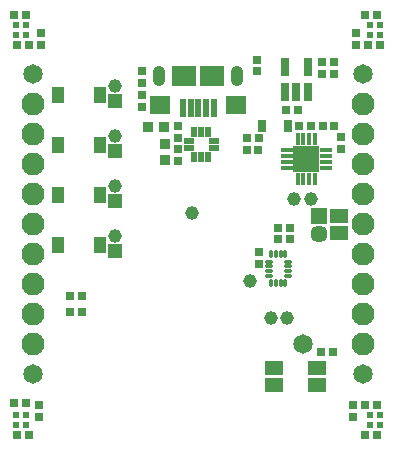
<source format=gbs>
G04 Layer_Color=16711935*
%FSLAX24Y24*%
%MOIN*%
G70*
G01*
G75*
%ADD82R,0.0308X0.0387*%
%ADD92R,0.0355X0.0375*%
%ADD96R,0.0296X0.0257*%
%ADD99C,0.0454*%
%ADD100R,0.0277X0.0296*%
%ADD101R,0.0296X0.0277*%
%ADD102R,0.0257X0.0296*%
%ADD105O,0.0414X0.0690*%
%ADD106R,0.0454X0.0454*%
%ADD107C,0.0572*%
%ADD108R,0.0572X0.0572*%
%ADD109C,0.0300*%
%ADD110C,0.0769*%
%ADD111C,0.0651*%
%ADD112R,0.0355X0.0197*%
%ADD113R,0.0197X0.0355*%
%ADD114R,0.0611X0.0473*%
%ADD115R,0.0277X0.0631*%
%ADD116R,0.0277X0.0631*%
%ADD117R,0.0611X0.0493*%
%ADD118O,0.0414X0.0158*%
%ADD119O,0.0158X0.0414*%
%ADD120R,0.0867X0.0867*%
%ADD121O,0.0305X0.0136*%
%ADD122O,0.0136X0.0305*%
%ADD123R,0.0420X0.0540*%
%ADD124R,0.0690X0.0611*%
%ADD125R,0.0808X0.0670*%
%ADD126R,0.0217X0.0592*%
%ADD127R,0.0237X0.0237*%
%ADD128R,0.0375X0.0355*%
D82*
X7470Y9193D02*
D03*
X8337D02*
D03*
D92*
X3671Y9173D02*
D03*
X4203D02*
D03*
D96*
X8253Y9750D02*
D03*
X8647D02*
D03*
X7347Y8800D02*
D03*
X6953D02*
D03*
X1457Y3543D02*
D03*
X1063D02*
D03*
X1063Y2992D02*
D03*
X1457D02*
D03*
X8377Y5800D02*
D03*
X7983D02*
D03*
D99*
X8536Y6772D02*
D03*
X5128Y6299D02*
D03*
X9094Y6772D02*
D03*
X7050Y4050D02*
D03*
X8300Y2800D02*
D03*
X7750D02*
D03*
X2564Y5550D02*
D03*
Y7217D02*
D03*
Y8883D02*
D03*
Y10550D02*
D03*
D100*
X7283Y11024D02*
D03*
Y11417D02*
D03*
X20Y-103D02*
D03*
Y-497D02*
D03*
X10500Y-103D02*
D03*
Y-497D02*
D03*
X10100Y8827D02*
D03*
Y8433D02*
D03*
X7350Y4603D02*
D03*
Y4997D02*
D03*
X10600Y11903D02*
D03*
Y12297D02*
D03*
X3465Y10630D02*
D03*
Y11024D02*
D03*
X100Y11903D02*
D03*
Y12297D02*
D03*
D101*
X-306Y-1100D02*
D03*
X-700D02*
D03*
X-423Y-40D02*
D03*
X-817D02*
D03*
X10903Y-1100D02*
D03*
X11297D02*
D03*
X11297Y-100D02*
D03*
X10903D02*
D03*
X9439Y1673D02*
D03*
X9833D02*
D03*
X8387Y5450D02*
D03*
X7993D02*
D03*
X8701Y9213D02*
D03*
X9094D02*
D03*
X9872D02*
D03*
X9478D02*
D03*
X10983Y11900D02*
D03*
X11377D02*
D03*
X11297Y12900D02*
D03*
X10903D02*
D03*
X-303Y11900D02*
D03*
X-697D02*
D03*
X-797Y12900D02*
D03*
X-403D02*
D03*
X7337Y8400D02*
D03*
X6943D02*
D03*
D102*
X9853Y10943D02*
D03*
Y11337D02*
D03*
X9468Y10943D02*
D03*
Y11337D02*
D03*
X3465Y10236D02*
D03*
Y9843D02*
D03*
X4646Y8819D02*
D03*
Y9213D02*
D03*
Y8425D02*
D03*
Y8031D02*
D03*
D105*
X4031Y10873D02*
D03*
X6629D02*
D03*
D106*
X2564Y5050D02*
D03*
Y6717D02*
D03*
Y8383D02*
D03*
Y10050D02*
D03*
D107*
X9370Y5610D02*
D03*
D108*
Y6201D02*
D03*
D109*
X9153Y8317D02*
D03*
X8720D02*
D03*
X9153Y7883D02*
D03*
X8720D02*
D03*
D110*
X10820Y5930D02*
D03*
Y6930D02*
D03*
Y1930D02*
D03*
Y2930D02*
D03*
X-180Y4930D02*
D03*
Y5930D02*
D03*
X10820Y4930D02*
D03*
X-180Y3930D02*
D03*
Y8930D02*
D03*
Y7930D02*
D03*
Y6930D02*
D03*
X10820Y3930D02*
D03*
Y9930D02*
D03*
Y8930D02*
D03*
X-180Y1930D02*
D03*
Y9930D02*
D03*
Y2930D02*
D03*
X10820Y7930D02*
D03*
D111*
Y930D02*
D03*
X-180Y10930D02*
D03*
X8820Y1930D02*
D03*
X-180Y930D02*
D03*
X10820Y10930D02*
D03*
D112*
X5846Y8465D02*
D03*
Y8701D02*
D03*
X5020D02*
D03*
Y8465D02*
D03*
D113*
X5669Y8996D02*
D03*
X5433D02*
D03*
X5197D02*
D03*
Y8169D02*
D03*
X5433D02*
D03*
X5669D02*
D03*
D114*
X9289Y565D02*
D03*
Y1135D02*
D03*
X7871D02*
D03*
Y565D02*
D03*
D115*
X8974Y11173D02*
D03*
X8226D02*
D03*
Y10327D02*
D03*
X8600D02*
D03*
D116*
X8974Y10327D02*
D03*
D117*
X10039Y5630D02*
D03*
Y6220D02*
D03*
D118*
X9596Y8395D02*
D03*
Y8198D02*
D03*
Y8002D02*
D03*
Y7805D02*
D03*
X8277D02*
D03*
Y8002D02*
D03*
Y8198D02*
D03*
Y8395D02*
D03*
D119*
X9232Y7441D02*
D03*
X9035D02*
D03*
X8838D02*
D03*
X8641D02*
D03*
Y8759D02*
D03*
X8838D02*
D03*
X9035D02*
D03*
X9232D02*
D03*
D120*
X8937Y8100D02*
D03*
D121*
X8325Y4686D02*
D03*
Y4529D02*
D03*
Y4371D02*
D03*
Y4214D02*
D03*
X7675D02*
D03*
Y4371D02*
D03*
Y4529D02*
D03*
Y4686D02*
D03*
D122*
X8236Y3968D02*
D03*
X8079D02*
D03*
X7921D02*
D03*
X7764D02*
D03*
Y4932D02*
D03*
X7921D02*
D03*
X8079D02*
D03*
X8236D02*
D03*
D123*
X2060Y6910D02*
D03*
X660D02*
D03*
X2060Y10230D02*
D03*
X660D02*
D03*
X2060Y8570D02*
D03*
X660D02*
D03*
X2060Y5250D02*
D03*
X660D02*
D03*
D124*
X4070Y9909D02*
D03*
X6590D02*
D03*
D125*
X5802Y10873D02*
D03*
X4858D02*
D03*
D126*
X5842Y9820D02*
D03*
X5586D02*
D03*
X4818D02*
D03*
X5074D02*
D03*
X5330D02*
D03*
D127*
X-758Y12569D02*
D03*
X-423D02*
D03*
Y12234D02*
D03*
X-758D02*
D03*
X11053Y12567D02*
D03*
X11387D02*
D03*
Y12233D02*
D03*
X11053D02*
D03*
Y-423D02*
D03*
X11387D02*
D03*
Y-757D02*
D03*
X11053D02*
D03*
X-757Y-423D02*
D03*
X-423D02*
D03*
Y-757D02*
D03*
X-757D02*
D03*
D128*
X4213Y8612D02*
D03*
Y8081D02*
D03*
M02*

</source>
